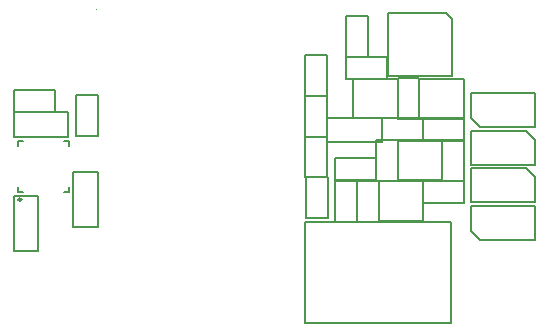
<source format=gto>
G04 Layer_Color=65535*
%FSLAX44Y44*%
%MOMM*%
G71*
G01*
G75*
%ADD23C,0.1500*%
%ADD49C,0.1000*%
%ADD50C,0.2500*%
D23*
X265750Y155250D02*
Y175750D01*
Y155250D02*
X311750D01*
Y175750D01*
X265750D02*
X311750D01*
X381250Y103750D02*
Y122250D01*
X346750D02*
X381250D01*
X346750Y103750D02*
Y122250D01*
Y103750D02*
X381250D01*
X325250Y123250D02*
X333000D01*
X325250D02*
Y156750D01*
X362750D01*
Y123250D02*
Y156750D01*
X335750Y123250D02*
X362750D01*
X333000D02*
X335750D01*
X306750D02*
Y141750D01*
X272250D02*
X306750D01*
X272250Y123250D02*
Y141750D01*
Y123250D02*
X306750D01*
X272250Y122750D02*
X290750D01*
X272250Y88250D02*
Y122750D01*
Y88250D02*
X290750D01*
Y122750D01*
X290750Y122750D02*
X309250D01*
X290750Y88250D02*
Y122750D01*
Y88250D02*
X309250D01*
Y122750D01*
X395000Y72750D02*
X442000D01*
X387500Y80250D02*
X395000Y72750D01*
X387500Y80250D02*
Y101250D01*
X442000D01*
Y72750D02*
Y101250D01*
X309250Y89000D02*
X317000D01*
X309250D02*
Y122500D01*
X346750D01*
Y89000D02*
Y122500D01*
X319750Y89000D02*
X346750D01*
X317000D02*
X319750D01*
X306750Y157250D02*
X325250D01*
X306750Y122750D02*
Y157250D01*
Y122750D02*
X325250D01*
Y157250D01*
X387250Y165000D02*
X434250D01*
X441750Y157500D01*
Y136500D02*
Y157500D01*
X387250Y136500D02*
X441750D01*
X387250D02*
Y165000D01*
Y133250D02*
X434250D01*
X441750Y125750D01*
Y104750D02*
Y125750D01*
X387250Y104750D02*
X441750D01*
X387250D02*
Y133250D01*
X316800Y211700D02*
Y265200D01*
Y211700D02*
X371300D01*
X316800Y265200D02*
X366050D01*
X371300Y211700D02*
Y259950D01*
X366050Y265200D02*
X371300Y259950D01*
X370250Y71500D02*
Y88250D01*
X246750D02*
X370250D01*
X246750Y85750D02*
Y88250D01*
Y2250D02*
Y85750D01*
Y2250D02*
X360750D01*
X370250D02*
Y68000D01*
X360750Y2250D02*
X370250D01*
Y68000D02*
Y71500D01*
X246750Y194750D02*
X265250D01*
X246750Y160250D02*
Y194750D01*
Y160250D02*
X265250D01*
Y194750D01*
X246750D02*
X265250D01*
Y229250D01*
X246750D02*
X265250D01*
X246750Y194750D02*
Y229250D01*
X247750Y91250D02*
X266250D01*
Y125750D01*
X247750D02*
X266250D01*
X247750Y91250D02*
Y125750D01*
X246750Y160250D02*
X265250D01*
X246750Y125750D02*
Y160250D01*
Y125750D02*
X265250D01*
Y160250D01*
X52750Y195250D02*
X71250D01*
X52750Y160750D02*
Y195250D01*
Y160750D02*
X71250D01*
Y195250D01*
X50750Y130000D02*
X71250D01*
X50750Y84000D02*
Y130000D01*
Y84000D02*
X71250D01*
Y130000D01*
X500Y109750D02*
X21000D01*
X500Y63750D02*
Y109750D01*
Y63750D02*
X21000D01*
Y109750D01*
X4000Y113500D02*
X8000D01*
X4000D02*
Y117500D01*
Y152500D02*
Y156500D01*
X8000D01*
X43000D02*
X47000D01*
Y152500D02*
Y156500D01*
X43000Y113500D02*
X47000D01*
Y117500D01*
X346750Y157250D02*
Y175750D01*
Y157250D02*
X381250D01*
Y175750D01*
X346750D02*
X381250D01*
X362750Y156750D02*
X381250D01*
X362750Y122250D02*
Y156750D01*
Y122250D02*
X381250D01*
Y156750D01*
X312250Y157250D02*
Y175750D01*
Y157250D02*
X346750D01*
Y175750D01*
X312250D02*
X346750D01*
X281750Y227750D02*
X300250D01*
Y262250D01*
X281750D02*
X300250D01*
X281750Y227750D02*
Y262250D01*
X316250Y209250D02*
Y227750D01*
X281750D02*
X316250D01*
X281750Y209250D02*
Y227750D01*
Y209250D02*
X316250D01*
X287750Y175750D02*
X295500D01*
X287750D02*
Y209250D01*
X325250D01*
Y175750D02*
Y209250D01*
X298250Y175750D02*
X325250D01*
X295500D02*
X298250D01*
X343750Y175500D02*
X351500D01*
X343750D02*
Y209000D01*
X381250D01*
Y175500D02*
Y209000D01*
X354250Y175500D02*
X381250D01*
X351500D02*
X354250D01*
X394750Y168750D02*
X441750D01*
X387250Y176250D02*
X394750Y168750D01*
X387250Y176250D02*
Y197250D01*
X441750D01*
Y168750D02*
Y197250D01*
X325250Y175500D02*
X343750D01*
Y210000D01*
X325250D02*
X343750D01*
X325250Y175500D02*
Y210000D01*
X46500Y160250D02*
Y180750D01*
X500D02*
X46500D01*
X500Y160250D02*
Y180750D01*
Y160250D02*
X46500D01*
X500Y199500D02*
X35000D01*
Y181000D02*
Y199500D01*
X500Y181000D02*
X35000D01*
X500D02*
Y199500D01*
D49*
X70750Y268250D02*
G03*
X70750Y268250I-500J0D01*
G01*
D50*
X6750Y107000D02*
G03*
X6750Y107000I-1250J0D01*
G01*
M02*

</source>
